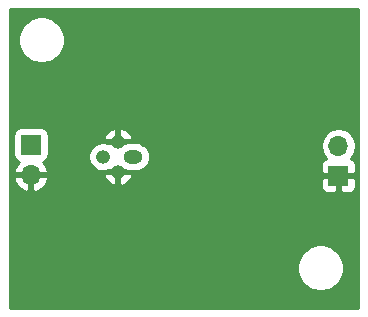
<source format=gbr>
%TF.GenerationSoftware,KiCad,Pcbnew,5.1.6-c6e7f7d~87~ubuntu18.04.1*%
%TF.CreationDate,2021-12-13T22:59:23-08:00*%
%TF.ProjectId,portable-calibrator,706f7274-6162-46c6-952d-63616c696272,rev?*%
%TF.SameCoordinates,Original*%
%TF.FileFunction,Copper,L2,Bot*%
%TF.FilePolarity,Positive*%
%FSLAX46Y46*%
G04 Gerber Fmt 4.6, Leading zero omitted, Abs format (unit mm)*
G04 Created by KiCad (PCBNEW 5.1.6-c6e7f7d~87~ubuntu18.04.1) date 2021-12-13 22:59:23*
%MOMM*%
%LPD*%
G01*
G04 APERTURE LIST*
%TA.AperFunction,ComponentPad*%
%ADD10O,1.700000X1.700000*%
%TD*%
%TA.AperFunction,ComponentPad*%
%ADD11R,1.700000X1.700000*%
%TD*%
%TA.AperFunction,ComponentPad*%
%ADD12O,1.200000X1.200000*%
%TD*%
%TA.AperFunction,ComponentPad*%
%ADD13O,1.600000X1.200000*%
%TD*%
%TA.AperFunction,ViaPad*%
%ADD14C,0.800000*%
%TD*%
%TA.AperFunction,Conductor*%
%ADD15C,0.254000*%
%TD*%
G04 APERTURE END LIST*
D10*
%TO.P,J2,2*%
%TO.N,/Vout*%
X168402000Y-96099000D03*
D11*
%TO.P,J2,1*%
%TO.N,GND*%
X168402000Y-98639000D03*
%TD*%
D10*
%TO.P,J1,2*%
%TO.N,GND*%
X142367000Y-98552000D03*
D11*
%TO.P,J1,1*%
%TO.N,+15V*%
X142367000Y-96012000D03*
%TD*%
D12*
%TO.P,U1,4*%
%TO.N,GND*%
X149733000Y-98298000D03*
%TO.P,U1,3*%
%TO.N,+15V*%
X148463000Y-97028000D03*
%TO.P,U1,2*%
%TO.N,GND*%
X149733000Y-95758000D03*
D13*
%TO.P,U1,1*%
%TO.N,Net-(R1-Pad2)*%
X151003000Y-97028000D03*
%TD*%
D14*
%TO.N,GND*%
X154305000Y-94615000D03*
X168529000Y-90551000D03*
X154178000Y-99441000D03*
X158242000Y-98171000D03*
X155829000Y-90678000D03*
%TD*%
D15*
%TO.N,GND*%
G36*
X170028000Y-109830000D02*
G01*
X140614000Y-109830000D01*
X140614000Y-106230495D01*
X164893000Y-106230495D01*
X164893000Y-106621505D01*
X164969282Y-107005003D01*
X165118915Y-107366250D01*
X165336149Y-107691364D01*
X165612636Y-107967851D01*
X165937750Y-108185085D01*
X166298997Y-108334718D01*
X166682495Y-108411000D01*
X167073505Y-108411000D01*
X167457003Y-108334718D01*
X167818250Y-108185085D01*
X168143364Y-107967851D01*
X168419851Y-107691364D01*
X168637085Y-107366250D01*
X168786718Y-107005003D01*
X168863000Y-106621505D01*
X168863000Y-106230495D01*
X168786718Y-105846997D01*
X168637085Y-105485750D01*
X168419851Y-105160636D01*
X168143364Y-104884149D01*
X167818250Y-104666915D01*
X167457003Y-104517282D01*
X167073505Y-104441000D01*
X166682495Y-104441000D01*
X166298997Y-104517282D01*
X165937750Y-104666915D01*
X165612636Y-104884149D01*
X165336149Y-105160636D01*
X165118915Y-105485750D01*
X164969282Y-105846997D01*
X164893000Y-106230495D01*
X140614000Y-106230495D01*
X140614000Y-98908890D01*
X140925524Y-98908890D01*
X140970175Y-99056099D01*
X141095359Y-99318920D01*
X141269412Y-99552269D01*
X141485645Y-99747178D01*
X141735748Y-99896157D01*
X142010109Y-99993481D01*
X142240000Y-99872814D01*
X142240000Y-98679000D01*
X142494000Y-98679000D01*
X142494000Y-99872814D01*
X142723891Y-99993481D01*
X142998252Y-99896157D01*
X143248355Y-99747178D01*
X143464588Y-99552269D01*
X143638641Y-99318920D01*
X143763825Y-99056099D01*
X143808476Y-98908890D01*
X143687155Y-98679000D01*
X142494000Y-98679000D01*
X142240000Y-98679000D01*
X141046845Y-98679000D01*
X140925524Y-98908890D01*
X140614000Y-98908890D01*
X140614000Y-98615609D01*
X148539538Y-98615609D01*
X148564215Y-98696971D01*
X148664508Y-98917324D01*
X148805863Y-99113876D01*
X148982847Y-99279075D01*
X149188659Y-99406572D01*
X149415390Y-99491467D01*
X149606000Y-99367709D01*
X149606000Y-98425000D01*
X149860000Y-98425000D01*
X149860000Y-99367709D01*
X150050610Y-99491467D01*
X150057198Y-99489000D01*
X166913928Y-99489000D01*
X166926188Y-99613482D01*
X166962498Y-99733180D01*
X167021463Y-99843494D01*
X167100815Y-99940185D01*
X167197506Y-100019537D01*
X167307820Y-100078502D01*
X167427518Y-100114812D01*
X167552000Y-100127072D01*
X168116250Y-100124000D01*
X168275000Y-99965250D01*
X168275000Y-98766000D01*
X168529000Y-98766000D01*
X168529000Y-99965250D01*
X168687750Y-100124000D01*
X169252000Y-100127072D01*
X169376482Y-100114812D01*
X169496180Y-100078502D01*
X169606494Y-100019537D01*
X169703185Y-99940185D01*
X169782537Y-99843494D01*
X169841502Y-99733180D01*
X169877812Y-99613482D01*
X169890072Y-99489000D01*
X169887000Y-98924750D01*
X169728250Y-98766000D01*
X168529000Y-98766000D01*
X168275000Y-98766000D01*
X167075750Y-98766000D01*
X166917000Y-98924750D01*
X166913928Y-99489000D01*
X150057198Y-99489000D01*
X150277341Y-99406572D01*
X150483153Y-99279075D01*
X150660137Y-99113876D01*
X150801492Y-98917324D01*
X150901785Y-98696971D01*
X150926462Y-98615609D01*
X150801731Y-98425000D01*
X149860000Y-98425000D01*
X149606000Y-98425000D01*
X148664269Y-98425000D01*
X148539538Y-98615609D01*
X140614000Y-98615609D01*
X140614000Y-95162000D01*
X140878928Y-95162000D01*
X140878928Y-96862000D01*
X140891188Y-96986482D01*
X140927498Y-97106180D01*
X140986463Y-97216494D01*
X141065815Y-97313185D01*
X141162506Y-97392537D01*
X141272820Y-97451502D01*
X141353466Y-97475966D01*
X141269412Y-97551731D01*
X141095359Y-97785080D01*
X140970175Y-98047901D01*
X140925524Y-98195110D01*
X141046845Y-98425000D01*
X142240000Y-98425000D01*
X142240000Y-98405000D01*
X142494000Y-98405000D01*
X142494000Y-98425000D01*
X143687155Y-98425000D01*
X143808476Y-98195110D01*
X143763825Y-98047901D01*
X143638641Y-97785080D01*
X143464588Y-97551731D01*
X143380534Y-97475966D01*
X143461180Y-97451502D01*
X143571494Y-97392537D01*
X143668185Y-97313185D01*
X143747537Y-97216494D01*
X143806502Y-97106180D01*
X143842812Y-96986482D01*
X143850702Y-96906363D01*
X147228000Y-96906363D01*
X147228000Y-97149637D01*
X147275460Y-97388236D01*
X147368557Y-97612992D01*
X147503713Y-97815267D01*
X147675733Y-97987287D01*
X147878008Y-98122443D01*
X148102764Y-98215540D01*
X148341363Y-98263000D01*
X148584637Y-98263000D01*
X148823236Y-98215540D01*
X148930765Y-98171000D01*
X149606000Y-98171000D01*
X149606000Y-98151000D01*
X149860000Y-98151000D01*
X149860000Y-98171000D01*
X150321530Y-98171000D01*
X150328099Y-98174511D01*
X150560898Y-98245130D01*
X150742335Y-98263000D01*
X151263665Y-98263000D01*
X151445102Y-98245130D01*
X151677901Y-98174511D01*
X151892449Y-98059833D01*
X152080502Y-97905502D01*
X152176112Y-97789000D01*
X166913928Y-97789000D01*
X166917000Y-98353250D01*
X167075750Y-98512000D01*
X168275000Y-98512000D01*
X168275000Y-98492000D01*
X168529000Y-98492000D01*
X168529000Y-98512000D01*
X169728250Y-98512000D01*
X169887000Y-98353250D01*
X169890072Y-97789000D01*
X169877812Y-97664518D01*
X169841502Y-97544820D01*
X169782537Y-97434506D01*
X169703185Y-97337815D01*
X169606494Y-97258463D01*
X169496180Y-97199498D01*
X169423620Y-97177487D01*
X169555475Y-97045632D01*
X169717990Y-96802411D01*
X169829932Y-96532158D01*
X169887000Y-96245260D01*
X169887000Y-95952740D01*
X169829932Y-95665842D01*
X169717990Y-95395589D01*
X169555475Y-95152368D01*
X169348632Y-94945525D01*
X169105411Y-94783010D01*
X168835158Y-94671068D01*
X168548260Y-94614000D01*
X168255740Y-94614000D01*
X167968842Y-94671068D01*
X167698589Y-94783010D01*
X167455368Y-94945525D01*
X167248525Y-95152368D01*
X167086010Y-95395589D01*
X166974068Y-95665842D01*
X166917000Y-95952740D01*
X166917000Y-96245260D01*
X166974068Y-96532158D01*
X167086010Y-96802411D01*
X167248525Y-97045632D01*
X167380380Y-97177487D01*
X167307820Y-97199498D01*
X167197506Y-97258463D01*
X167100815Y-97337815D01*
X167021463Y-97434506D01*
X166962498Y-97544820D01*
X166926188Y-97664518D01*
X166913928Y-97789000D01*
X152176112Y-97789000D01*
X152234833Y-97717449D01*
X152349511Y-97502901D01*
X152420130Y-97270102D01*
X152443975Y-97028000D01*
X152420130Y-96785898D01*
X152349511Y-96553099D01*
X152234833Y-96338551D01*
X152080502Y-96150498D01*
X151892449Y-95996167D01*
X151677901Y-95881489D01*
X151445102Y-95810870D01*
X151263665Y-95793000D01*
X150742335Y-95793000D01*
X150560898Y-95810870D01*
X150328099Y-95881489D01*
X150321530Y-95885000D01*
X149860000Y-95885000D01*
X149860000Y-95905000D01*
X149606000Y-95905000D01*
X149606000Y-95885000D01*
X148930765Y-95885000D01*
X148823236Y-95840460D01*
X148584637Y-95793000D01*
X148341363Y-95793000D01*
X148102764Y-95840460D01*
X147878008Y-95933557D01*
X147675733Y-96068713D01*
X147503713Y-96240733D01*
X147368557Y-96443008D01*
X147275460Y-96667764D01*
X147228000Y-96906363D01*
X143850702Y-96906363D01*
X143855072Y-96862000D01*
X143855072Y-95440391D01*
X148539538Y-95440391D01*
X148664269Y-95631000D01*
X149606000Y-95631000D01*
X149606000Y-94688291D01*
X149860000Y-94688291D01*
X149860000Y-95631000D01*
X150801731Y-95631000D01*
X150926462Y-95440391D01*
X150901785Y-95359029D01*
X150801492Y-95138676D01*
X150660137Y-94942124D01*
X150483153Y-94776925D01*
X150277341Y-94649428D01*
X150050610Y-94564533D01*
X149860000Y-94688291D01*
X149606000Y-94688291D01*
X149415390Y-94564533D01*
X149188659Y-94649428D01*
X148982847Y-94776925D01*
X148805863Y-94942124D01*
X148664508Y-95138676D01*
X148564215Y-95359029D01*
X148539538Y-95440391D01*
X143855072Y-95440391D01*
X143855072Y-95162000D01*
X143842812Y-95037518D01*
X143806502Y-94917820D01*
X143747537Y-94807506D01*
X143668185Y-94710815D01*
X143571494Y-94631463D01*
X143461180Y-94572498D01*
X143341482Y-94536188D01*
X143217000Y-94523928D01*
X141517000Y-94523928D01*
X141392518Y-94536188D01*
X141272820Y-94572498D01*
X141162506Y-94631463D01*
X141065815Y-94710815D01*
X140986463Y-94807506D01*
X140927498Y-94917820D01*
X140891188Y-95037518D01*
X140878928Y-95162000D01*
X140614000Y-95162000D01*
X140614000Y-86926495D01*
X141271000Y-86926495D01*
X141271000Y-87317505D01*
X141347282Y-87701003D01*
X141496915Y-88062250D01*
X141714149Y-88387364D01*
X141990636Y-88663851D01*
X142315750Y-88881085D01*
X142676997Y-89030718D01*
X143060495Y-89107000D01*
X143451505Y-89107000D01*
X143835003Y-89030718D01*
X144196250Y-88881085D01*
X144521364Y-88663851D01*
X144797851Y-88387364D01*
X145015085Y-88062250D01*
X145164718Y-87701003D01*
X145241000Y-87317505D01*
X145241000Y-86926495D01*
X145164718Y-86542997D01*
X145015085Y-86181750D01*
X144797851Y-85856636D01*
X144521364Y-85580149D01*
X144196250Y-85362915D01*
X143835003Y-85213282D01*
X143451505Y-85137000D01*
X143060495Y-85137000D01*
X142676997Y-85213282D01*
X142315750Y-85362915D01*
X141990636Y-85580149D01*
X141714149Y-85856636D01*
X141496915Y-86181750D01*
X141347282Y-86542997D01*
X141271000Y-86926495D01*
X140614000Y-86926495D01*
X140614000Y-84480000D01*
X170028001Y-84480000D01*
X170028000Y-109830000D01*
G37*
X170028000Y-109830000D02*
X140614000Y-109830000D01*
X140614000Y-106230495D01*
X164893000Y-106230495D01*
X164893000Y-106621505D01*
X164969282Y-107005003D01*
X165118915Y-107366250D01*
X165336149Y-107691364D01*
X165612636Y-107967851D01*
X165937750Y-108185085D01*
X166298997Y-108334718D01*
X166682495Y-108411000D01*
X167073505Y-108411000D01*
X167457003Y-108334718D01*
X167818250Y-108185085D01*
X168143364Y-107967851D01*
X168419851Y-107691364D01*
X168637085Y-107366250D01*
X168786718Y-107005003D01*
X168863000Y-106621505D01*
X168863000Y-106230495D01*
X168786718Y-105846997D01*
X168637085Y-105485750D01*
X168419851Y-105160636D01*
X168143364Y-104884149D01*
X167818250Y-104666915D01*
X167457003Y-104517282D01*
X167073505Y-104441000D01*
X166682495Y-104441000D01*
X166298997Y-104517282D01*
X165937750Y-104666915D01*
X165612636Y-104884149D01*
X165336149Y-105160636D01*
X165118915Y-105485750D01*
X164969282Y-105846997D01*
X164893000Y-106230495D01*
X140614000Y-106230495D01*
X140614000Y-98908890D01*
X140925524Y-98908890D01*
X140970175Y-99056099D01*
X141095359Y-99318920D01*
X141269412Y-99552269D01*
X141485645Y-99747178D01*
X141735748Y-99896157D01*
X142010109Y-99993481D01*
X142240000Y-99872814D01*
X142240000Y-98679000D01*
X142494000Y-98679000D01*
X142494000Y-99872814D01*
X142723891Y-99993481D01*
X142998252Y-99896157D01*
X143248355Y-99747178D01*
X143464588Y-99552269D01*
X143638641Y-99318920D01*
X143763825Y-99056099D01*
X143808476Y-98908890D01*
X143687155Y-98679000D01*
X142494000Y-98679000D01*
X142240000Y-98679000D01*
X141046845Y-98679000D01*
X140925524Y-98908890D01*
X140614000Y-98908890D01*
X140614000Y-98615609D01*
X148539538Y-98615609D01*
X148564215Y-98696971D01*
X148664508Y-98917324D01*
X148805863Y-99113876D01*
X148982847Y-99279075D01*
X149188659Y-99406572D01*
X149415390Y-99491467D01*
X149606000Y-99367709D01*
X149606000Y-98425000D01*
X149860000Y-98425000D01*
X149860000Y-99367709D01*
X150050610Y-99491467D01*
X150057198Y-99489000D01*
X166913928Y-99489000D01*
X166926188Y-99613482D01*
X166962498Y-99733180D01*
X167021463Y-99843494D01*
X167100815Y-99940185D01*
X167197506Y-100019537D01*
X167307820Y-100078502D01*
X167427518Y-100114812D01*
X167552000Y-100127072D01*
X168116250Y-100124000D01*
X168275000Y-99965250D01*
X168275000Y-98766000D01*
X168529000Y-98766000D01*
X168529000Y-99965250D01*
X168687750Y-100124000D01*
X169252000Y-100127072D01*
X169376482Y-100114812D01*
X169496180Y-100078502D01*
X169606494Y-100019537D01*
X169703185Y-99940185D01*
X169782537Y-99843494D01*
X169841502Y-99733180D01*
X169877812Y-99613482D01*
X169890072Y-99489000D01*
X169887000Y-98924750D01*
X169728250Y-98766000D01*
X168529000Y-98766000D01*
X168275000Y-98766000D01*
X167075750Y-98766000D01*
X166917000Y-98924750D01*
X166913928Y-99489000D01*
X150057198Y-99489000D01*
X150277341Y-99406572D01*
X150483153Y-99279075D01*
X150660137Y-99113876D01*
X150801492Y-98917324D01*
X150901785Y-98696971D01*
X150926462Y-98615609D01*
X150801731Y-98425000D01*
X149860000Y-98425000D01*
X149606000Y-98425000D01*
X148664269Y-98425000D01*
X148539538Y-98615609D01*
X140614000Y-98615609D01*
X140614000Y-95162000D01*
X140878928Y-95162000D01*
X140878928Y-96862000D01*
X140891188Y-96986482D01*
X140927498Y-97106180D01*
X140986463Y-97216494D01*
X141065815Y-97313185D01*
X141162506Y-97392537D01*
X141272820Y-97451502D01*
X141353466Y-97475966D01*
X141269412Y-97551731D01*
X141095359Y-97785080D01*
X140970175Y-98047901D01*
X140925524Y-98195110D01*
X141046845Y-98425000D01*
X142240000Y-98425000D01*
X142240000Y-98405000D01*
X142494000Y-98405000D01*
X142494000Y-98425000D01*
X143687155Y-98425000D01*
X143808476Y-98195110D01*
X143763825Y-98047901D01*
X143638641Y-97785080D01*
X143464588Y-97551731D01*
X143380534Y-97475966D01*
X143461180Y-97451502D01*
X143571494Y-97392537D01*
X143668185Y-97313185D01*
X143747537Y-97216494D01*
X143806502Y-97106180D01*
X143842812Y-96986482D01*
X143850702Y-96906363D01*
X147228000Y-96906363D01*
X147228000Y-97149637D01*
X147275460Y-97388236D01*
X147368557Y-97612992D01*
X147503713Y-97815267D01*
X147675733Y-97987287D01*
X147878008Y-98122443D01*
X148102764Y-98215540D01*
X148341363Y-98263000D01*
X148584637Y-98263000D01*
X148823236Y-98215540D01*
X148930765Y-98171000D01*
X149606000Y-98171000D01*
X149606000Y-98151000D01*
X149860000Y-98151000D01*
X149860000Y-98171000D01*
X150321530Y-98171000D01*
X150328099Y-98174511D01*
X150560898Y-98245130D01*
X150742335Y-98263000D01*
X151263665Y-98263000D01*
X151445102Y-98245130D01*
X151677901Y-98174511D01*
X151892449Y-98059833D01*
X152080502Y-97905502D01*
X152176112Y-97789000D01*
X166913928Y-97789000D01*
X166917000Y-98353250D01*
X167075750Y-98512000D01*
X168275000Y-98512000D01*
X168275000Y-98492000D01*
X168529000Y-98492000D01*
X168529000Y-98512000D01*
X169728250Y-98512000D01*
X169887000Y-98353250D01*
X169890072Y-97789000D01*
X169877812Y-97664518D01*
X169841502Y-97544820D01*
X169782537Y-97434506D01*
X169703185Y-97337815D01*
X169606494Y-97258463D01*
X169496180Y-97199498D01*
X169423620Y-97177487D01*
X169555475Y-97045632D01*
X169717990Y-96802411D01*
X169829932Y-96532158D01*
X169887000Y-96245260D01*
X169887000Y-95952740D01*
X169829932Y-95665842D01*
X169717990Y-95395589D01*
X169555475Y-95152368D01*
X169348632Y-94945525D01*
X169105411Y-94783010D01*
X168835158Y-94671068D01*
X168548260Y-94614000D01*
X168255740Y-94614000D01*
X167968842Y-94671068D01*
X167698589Y-94783010D01*
X167455368Y-94945525D01*
X167248525Y-95152368D01*
X167086010Y-95395589D01*
X166974068Y-95665842D01*
X166917000Y-95952740D01*
X166917000Y-96245260D01*
X166974068Y-96532158D01*
X167086010Y-96802411D01*
X167248525Y-97045632D01*
X167380380Y-97177487D01*
X167307820Y-97199498D01*
X167197506Y-97258463D01*
X167100815Y-97337815D01*
X167021463Y-97434506D01*
X166962498Y-97544820D01*
X166926188Y-97664518D01*
X166913928Y-97789000D01*
X152176112Y-97789000D01*
X152234833Y-97717449D01*
X152349511Y-97502901D01*
X152420130Y-97270102D01*
X152443975Y-97028000D01*
X152420130Y-96785898D01*
X152349511Y-96553099D01*
X152234833Y-96338551D01*
X152080502Y-96150498D01*
X151892449Y-95996167D01*
X151677901Y-95881489D01*
X151445102Y-95810870D01*
X151263665Y-95793000D01*
X150742335Y-95793000D01*
X150560898Y-95810870D01*
X150328099Y-95881489D01*
X150321530Y-95885000D01*
X149860000Y-95885000D01*
X149860000Y-95905000D01*
X149606000Y-95905000D01*
X149606000Y-95885000D01*
X148930765Y-95885000D01*
X148823236Y-95840460D01*
X148584637Y-95793000D01*
X148341363Y-95793000D01*
X148102764Y-95840460D01*
X147878008Y-95933557D01*
X147675733Y-96068713D01*
X147503713Y-96240733D01*
X147368557Y-96443008D01*
X147275460Y-96667764D01*
X147228000Y-96906363D01*
X143850702Y-96906363D01*
X143855072Y-96862000D01*
X143855072Y-95440391D01*
X148539538Y-95440391D01*
X148664269Y-95631000D01*
X149606000Y-95631000D01*
X149606000Y-94688291D01*
X149860000Y-94688291D01*
X149860000Y-95631000D01*
X150801731Y-95631000D01*
X150926462Y-95440391D01*
X150901785Y-95359029D01*
X150801492Y-95138676D01*
X150660137Y-94942124D01*
X150483153Y-94776925D01*
X150277341Y-94649428D01*
X150050610Y-94564533D01*
X149860000Y-94688291D01*
X149606000Y-94688291D01*
X149415390Y-94564533D01*
X149188659Y-94649428D01*
X148982847Y-94776925D01*
X148805863Y-94942124D01*
X148664508Y-95138676D01*
X148564215Y-95359029D01*
X148539538Y-95440391D01*
X143855072Y-95440391D01*
X143855072Y-95162000D01*
X143842812Y-95037518D01*
X143806502Y-94917820D01*
X143747537Y-94807506D01*
X143668185Y-94710815D01*
X143571494Y-94631463D01*
X143461180Y-94572498D01*
X143341482Y-94536188D01*
X143217000Y-94523928D01*
X141517000Y-94523928D01*
X141392518Y-94536188D01*
X141272820Y-94572498D01*
X141162506Y-94631463D01*
X141065815Y-94710815D01*
X140986463Y-94807506D01*
X140927498Y-94917820D01*
X140891188Y-95037518D01*
X140878928Y-95162000D01*
X140614000Y-95162000D01*
X140614000Y-86926495D01*
X141271000Y-86926495D01*
X141271000Y-87317505D01*
X141347282Y-87701003D01*
X141496915Y-88062250D01*
X141714149Y-88387364D01*
X141990636Y-88663851D01*
X142315750Y-88881085D01*
X142676997Y-89030718D01*
X143060495Y-89107000D01*
X143451505Y-89107000D01*
X143835003Y-89030718D01*
X144196250Y-88881085D01*
X144521364Y-88663851D01*
X144797851Y-88387364D01*
X145015085Y-88062250D01*
X145164718Y-87701003D01*
X145241000Y-87317505D01*
X145241000Y-86926495D01*
X145164718Y-86542997D01*
X145015085Y-86181750D01*
X144797851Y-85856636D01*
X144521364Y-85580149D01*
X144196250Y-85362915D01*
X143835003Y-85213282D01*
X143451505Y-85137000D01*
X143060495Y-85137000D01*
X142676997Y-85213282D01*
X142315750Y-85362915D01*
X141990636Y-85580149D01*
X141714149Y-85856636D01*
X141496915Y-86181750D01*
X141347282Y-86542997D01*
X141271000Y-86926495D01*
X140614000Y-86926495D01*
X140614000Y-84480000D01*
X170028001Y-84480000D01*
X170028000Y-109830000D01*
%TD*%
M02*

</source>
